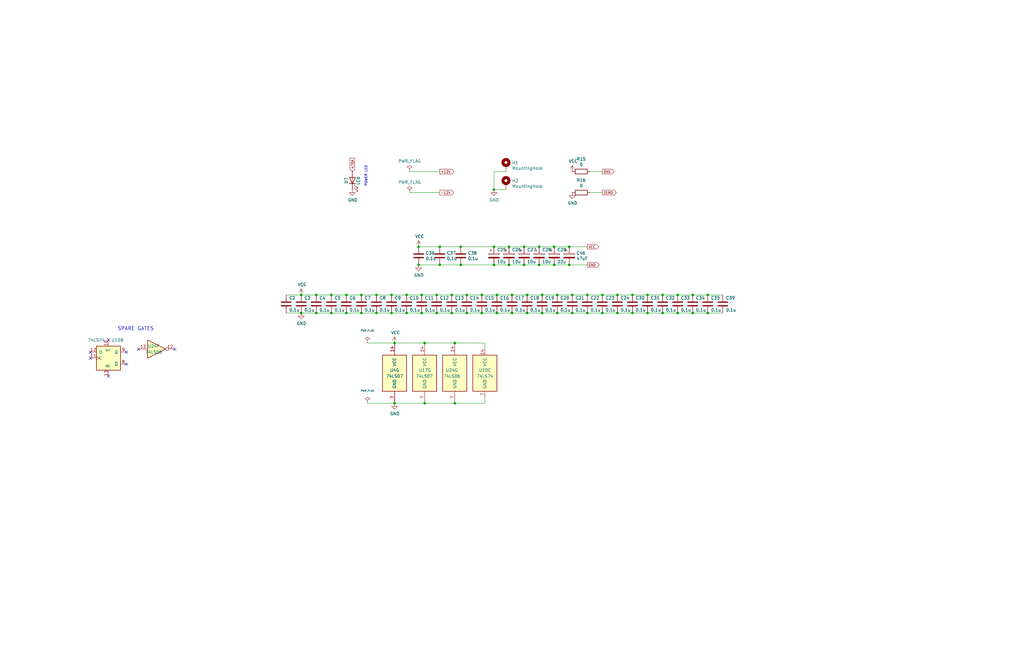
<source format=kicad_sch>
(kicad_sch (version 20211123) (generator eeschema)
  (paper "B")
  (lib_symbols
    (symbol "74xx:74LS06" (pin_names (offset 1.016))
      (property "Reference" "U" (at 0 1.27 0))
      (property "Value" "74LS06" (at 0 -1.27 0))
      (symbol "74LS06_1_0"
        (polyline (pts (xy -3.81 3.81) (xy -3.81 -3.81) (xy 3.81 0) (xy -3.81 3.81)) (stroke (width 0.254)) (fill (type background)))
        (pin input line (at -7.62 0 0) (length 3.81) (name "~") (number "1"))
        (pin open_collector inverted (at 7.62 0 180) (length 3.81) (name "~") (number "2"))
      )
      (symbol "74LS06_2_0"
        (polyline (pts (xy -3.81 3.81) (xy -3.81 -3.81) (xy 3.81 0) (xy -3.81 3.81)) (stroke (width 0.254)) (fill (type background)))
        (pin input line (at -7.62 0 0) (length 3.81) (name "~") (number "3"))
        (pin open_collector inverted (at 7.62 0 180) (length 3.81) (name "~") (number "4"))
      )
      (symbol "74LS06_3_0"
        (polyline (pts (xy -3.81 3.81) (xy -3.81 -3.81) (xy 3.81 0) (xy -3.81 3.81)) (stroke (width 0.254)) (fill (type background)))
        (pin input line (at -7.62 0 0) (length 3.81) (name "~") (number "5"))
        (pin open_collector inverted (at 7.62 0 180) (length 3.81) (name "~") (number "6"))
      )
      (symbol "74LS06_4_0"
        (polyline (pts (xy -3.81 3.81) (xy -3.81 -3.81) (xy 3.81 0) (xy -3.81 3.81)) (stroke (width 0.254)) (fill (type background)))
        (pin open_collector inverted (at 7.62 0 180) (length 3.81) (name "~") (number "8"))
        (pin input line (at -7.62 0 0) (length 3.81) (name "~") (number "9"))
      )
      (symbol "74LS06_5_0"
        (polyline (pts (xy -3.81 3.81) (xy -3.81 -3.81) (xy 3.81 0) (xy -3.81 3.81)) (stroke (width 0.254)) (fill (type background)))
        (pin open_collector inverted (at 7.62 0 180) (length 3.81) (name "~") (number "10"))
        (pin input line (at -7.62 0 0) (length 3.81) (name "~") (number "11"))
      )
      (symbol "74LS06_6_0"
        (polyline (pts (xy -3.81 3.81) (xy -3.81 -3.81) (xy 3.81 0) (xy -3.81 3.81)) (stroke (width 0.254)) (fill (type background)))
        (pin open_collector inverted (at 7.62 0 180) (length 3.81) (name "~") (number "12"))
        (pin input line (at -7.62 0 0) (length 3.81) (name "~") (number "13"))
      )
      (symbol "74LS06_7_0"
        (pin power_in line (at 0 12.7 270) (length 5.08) (name "VCC") (number "14"))
        (pin power_in line (at 0 -12.7 90) (length 5.08) (name "GND") (number "7"))
      )
      (symbol "74LS06_7_1"
        (rectangle (start -5.08 7.62) (end 5.08 -7.62) (stroke (width 0.254)) (fill (type background)))
      )
    )
    (symbol "74xx:74LS07" (pin_names (offset 1.016))
      (property "Reference" "U" (at 0 1.27 0))
      (property "Value" "74LS07" (at 0 -1.27 0))
      (symbol "74LS07_1_0"
        (polyline (pts (xy -3.81 3.81) (xy -3.81 -3.81) (xy 3.81 0) (xy -3.81 3.81)) (stroke (width 0.254)) (fill (type background)))
        (pin input line (at -7.62 0 0) (length 3.81) (name "~") (number "1"))
        (pin open_collector line (at 7.62 0 180) (length 3.81) (name "~") (number "2"))
      )
      (symbol "74LS07_2_0"
        (polyline (pts (xy -3.81 3.81) (xy -3.81 -3.81) (xy 3.81 0) (xy -3.81 3.81)) (stroke (width 0.254)) (fill (type background)))
        (pin input line (at -7.62 0 0) (length 3.81) (name "~") (number "3"))
        (pin open_collector line (at 7.62 0 180) (length 3.81) (name "~") (number "4"))
      )
      (symbol "74LS07_3_0"
        (polyline (pts (xy -3.81 3.81) (xy -3.81 -3.81) (xy 3.81 0) (xy -3.81 3.81)) (stroke (width 0.254)) (fill (type background)))
        (pin input line (at -7.62 0 0) (length 3.81) (name "~") (number "5"))
        (pin open_collector line (at 7.62 0 180) (length 3.81) (name "~") (number "6"))
      )
      (symbol "74LS07_4_0"
        (polyline (pts (xy -3.81 3.81) (xy -3.81 -3.81) (xy 3.81 0) (xy -3.81 3.81)) (stroke (width 0.254)) (fill (type background)))
        (pin open_collector line (at 7.62 0 180) (length 3.81) (name "~") (number "8"))
        (pin input line (at -7.62 0 0) (length 3.81) (name "~") (number "9"))
      )
      (symbol "74LS07_5_0"
        (polyline (pts (xy -3.81 3.81) (xy -3.81 -3.81) (xy 3.81 0) (xy -3.81 3.81)) (stroke (width 0.254)) (fill (type background)))
        (pin open_collector line (at 7.62 0 180) (length 3.81) (name "~") (number "10"))
        (pin input line (at -7.62 0 0) (length 3.81) (name "~") (number "11"))
      )
      (symbol "74LS07_6_0"
        (polyline (pts (xy -3.81 3.81) (xy -3.81 -3.81) (xy 3.81 0) (xy -3.81 3.81)) (stroke (width 0.254)) (fill (type background)))
        (pin open_collector line (at 7.62 0 180) (length 3.81) (name "~") (number "12"))
        (pin input line (at -7.62 0 0) (length 3.81) (name "~") (number "13"))
      )
      (symbol "74LS07_7_0"
        (pin power_in line (at 0 12.7 270) (length 5.08) (name "VCC") (number "14"))
        (pin power_in line (at 0 -12.7 90) (length 5.08) (name "GND") (number "7"))
      )
      (symbol "74LS07_7_1"
        (rectangle (start -5.08 7.62) (end 5.08 -7.62) (stroke (width 0.254)) (fill (type background)))
      )
    )
    (symbol "74xx:74LS74" (pin_names (offset 1.016))
      (property "Reference" "U" (at -7.62 8.89 0))
      (property "Value" "74LS74" (at -7.62 -8.89 0))
      (symbol "74LS74_1_0"
        (pin input line (at 0 -7.62 90) (length 2.54) (name "~{R}") (number "1"))
        (pin input line (at -7.62 2.54 0) (length 2.54) (name "D") (number "2"))
        (pin input clock (at -7.62 0 0) (length 2.54) (name "C") (number "3"))
        (pin input line (at 0 7.62 270) (length 2.54) (name "~{S}") (number "4"))
        (pin output line (at 7.62 2.54 180) (length 2.54) (name "Q") (number "5"))
        (pin output line (at 7.62 -2.54 180) (length 2.54) (name "~{Q}") (number "6"))
      )
      (symbol "74LS74_1_1"
        (rectangle (start -5.08 5.08) (end 5.08 -5.08) (stroke (width 0.254)) (fill (type background)))
      )
      (symbol "74LS74_2_0"
        (pin input line (at 0 7.62 270) (length 2.54) (name "~{S}") (number "10"))
        (pin input clock (at -7.62 0 0) (length 2.54) (name "C") (number "11"))
        (pin input line (at -7.62 2.54 0) (length 2.54) (name "D") (number "12"))
        (pin input line (at 0 -7.62 90) (length 2.54) (name "~{R}") (number "13"))
        (pin output line (at 7.62 -2.54 180) (length 2.54) (name "~{Q}") (number "8"))
        (pin output line (at 7.62 2.54 180) (length 2.54) (name "Q") (number "9"))
      )
      (symbol "74LS74_2_1"
        (rectangle (start -5.08 5.08) (end 5.08 -5.08) (stroke (width 0.254)) (fill (type background)))
      )
      (symbol "74LS74_3_0"
        (pin power_in line (at 0 10.16 270) (length 2.54) (name "VCC") (number "14"))
        (pin power_in line (at 0 -10.16 90) (length 2.54) (name "GND") (number "7"))
      )
      (symbol "74LS74_3_1"
        (rectangle (start -5.08 7.62) (end 5.08 -7.62) (stroke (width 0.254)) (fill (type background)))
      )
    )
    (symbol "Device:C" (pin_numbers hide) (pin_names (offset 0.254))
      (property "Reference" "C" (at 0.635 2.54 0))
      (property "Value" "C" (at 0.635 -2.54 0))
      (symbol "C_0_1"
        (polyline (pts (xy -2.032 -0.762) (xy 2.032 -0.762)) (stroke (width 0.508)))
        (polyline (pts (xy -2.032 0.762) (xy 2.032 0.762)) (stroke (width 0.508)))
      )
      (symbol "C_1_1"
        (pin passive line (at 0 3.81 270) (length 2.794) (name "~") (number "1"))
        (pin passive line (at 0 -3.81 90) (length 2.794) (name "~") (number "2"))
      )
    )
    (symbol "Device:C_Polarized" (pin_numbers hide) (pin_names (offset 0.254))
      (property "Reference" "C" (at 0.635 2.54 0))
      (property "Value" "C_Polarized" (at 0.635 -2.54 0))
      (symbol "C_Polarized_0_1"
        (rectangle (start -2.286 0.508) (end 2.286 1.016))
        (polyline (pts (xy -1.778 2.286) (xy -0.762 2.286)))
        (polyline (pts (xy -1.27 2.794) (xy -1.27 1.778)))
        (rectangle (start 2.286 -0.508) (end -2.286 -1.016) (fill (type outline)))
      )
      (symbol "C_Polarized_1_1"
        (pin passive line (at 0 3.81 270) (length 2.794) (name "~") (number "1"))
        (pin passive line (at 0 -3.81 90) (length 2.794) (name "~") (number "2"))
      )
    )
    (symbol "Device:LED" (pin_numbers hide) (pin_names (offset 1.016) hide)
      (property "Reference" "D" (at 0 2.54 0))
      (property "Value" "LED" (at 0 -2.54 0))
      (symbol "LED_0_1"
        (polyline (pts (xy -1.27 -1.27) (xy -1.27 1.27)) (stroke (width 0.254)))
        (polyline (pts (xy -1.27 0) (xy 1.27 0)))
        (polyline (pts (xy 1.27 -1.27) (xy 1.27 1.27) (xy -1.27 0) (xy 1.27 -1.27)) (stroke (width 0.254)))
        (polyline (pts (xy -3.048 -0.762) (xy -4.572 -2.286) (xy -3.81 -2.286) (xy -4.572 -2.286) (xy -4.572 -1.524)))
        (polyline (pts (xy -1.778 -0.762) (xy -3.302 -2.286) (xy -2.54 -2.286) (xy -3.302 -2.286) (xy -3.302 -1.524)))
      )
      (symbol "LED_1_1"
        (pin passive line (at -3.81 0 0) (length 2.54) (name "K") (number "1"))
        (pin passive line (at 3.81 0 180) (length 2.54) (name "A") (number "2"))
      )
    )
    (symbol "Device:R" (pin_numbers hide) (pin_names (offset 0))
      (property "Reference" "R" (at 2.032 0 90))
      (property "Value" "R" (at 0 0 90))
      (symbol "R_0_1"
        (rectangle (start -1.016 -2.54) (end 1.016 2.54) (stroke (width 0.254)))
      )
      (symbol "R_1_1"
        (pin passive line (at 0 3.81 270) (length 1.27) (name "~") (number "1"))
        (pin passive line (at 0 -3.81 90) (length 1.27) (name "~") (number "2"))
      )
    )
    (symbol "Mechanical:MountingHole_Pad" (pin_numbers hide) (pin_names (offset 1.016) hide)
      (property "Reference" "H" (at 0 6.35 0))
      (property "Value" "MountingHole_Pad" (at 0 4.445 0))
      (symbol "MountingHole_Pad_0_1"
        (circle (center 0 1.27) (radius 1.27) (stroke (width 1.27)))
      )
      (symbol "MountingHole_Pad_1_1"
        (pin input line (at 0 -2.54 90) (length 2.54) (name "1") (number "1"))
      )
    )
    (symbol "power:GND" (power) (pin_names (offset 0))
      (property "Value" "GND" (at 0 -3.81 0))
      (symbol "GND_0_1"
        (polyline (pts (xy 0 0) (xy 0 -1.27) (xy 1.27 -1.27) (xy 0 -2.54) (xy -1.27 -1.27) (xy 0 -1.27)))
      )
      (symbol "GND_1_1"
        (pin power_in line (at 0 0 270) (length 0) hide (name "GND") (number "1"))
      )
    )
    (symbol "power:PWR_FLAG" (power) (pin_numbers hide) (pin_names (offset 0) hide)
      (property "Value" "PWR_FLAG" (at 0 3.81 0))
      (symbol "PWR_FLAG_0_0"
        (pin power_out line (at 0 0 90) (length 0) (name "pwr") (number "1"))
      )
      (symbol "PWR_FLAG_0_1"
        (polyline (pts (xy 0 0) (xy 0 1.27) (xy -1.016 1.905) (xy 0 2.54) (xy 1.016 1.905) (xy 0 1.27)))
      )
    )
    (symbol "power:VCC" (power) (pin_names (offset 0))
      (property "Value" "VCC" (at 0 3.81 0))
      (symbol "VCC_0_1"
        (polyline (pts (xy -0.762 1.27) (xy 0 2.54)))
        (polyline (pts (xy 0 0) (xy 0 2.54)))
        (polyline (pts (xy 0 2.54) (xy 0.762 1.27)))
      )
      (symbol "VCC_1_1"
        (pin power_in line (at 0 0 90) (length 0) hide (name "VCC") (number "1"))
      )
    )
  )
  (junction (at 214.63 111.76))
  (junction (at 196.85 132.08))
  (junction (at 227.33 104.14))
  (junction (at 273.05 132.08))
  (junction (at 298.45 124.46))
  (junction (at 190.5 124.46))
  (junction (at 254 124.46))
  (junction (at 196.85 124.46))
  (junction (at 171.45 132.08))
  (junction (at 152.4 124.46))
  (junction (at 241.3 124.46))
  (junction (at 208.28 111.76))
  (junction (at 222.25 124.46))
  (junction (at 279.4 132.08))
  (junction (at 240.03 111.76))
  (junction (at 194.31 104.14))
  (junction (at 158.75 124.46))
  (junction (at 285.75 132.08))
  (junction (at 220.98 104.14))
  (junction (at 177.8 132.08))
  (junction (at 209.55 124.46))
  (junction (at 233.68 111.76))
  (junction (at 191.77 144.78))
  (junction (at 298.45 132.08))
  (junction (at 191.77 170.18))
  (junction (at 279.4 124.46))
  (junction (at 127 124.46))
  (junction (at 266.7 132.08))
  (junction (at 184.15 132.08))
  (junction (at 165.1 124.46))
  (junction (at 179.07 144.78))
  (junction (at 171.45 124.46))
  (junction (at 146.05 132.08))
  (junction (at 139.7 132.08))
  (junction (at 176.53 111.76))
  (junction (at 209.55 132.08))
  (junction (at 222.25 132.08))
  (junction (at 179.07 170.18))
  (junction (at 176.53 104.14))
  (junction (at 215.9 124.46))
  (junction (at 240.03 104.14))
  (junction (at 203.2 132.08))
  (junction (at 228.6 124.46))
  (junction (at 234.95 132.08))
  (junction (at 234.95 124.46))
  (junction (at 260.35 124.46))
  (junction (at 292.1 132.08))
  (junction (at 208.28 80.01))
  (junction (at 185.42 111.76))
  (junction (at 260.35 132.08))
  (junction (at 166.37 144.78))
  (junction (at 215.9 132.08))
  (junction (at 266.7 124.46))
  (junction (at 254 132.08))
  (junction (at 247.65 132.08))
  (junction (at 292.1 124.46))
  (junction (at 139.7 124.46))
  (junction (at 241.3 132.08))
  (junction (at 146.05 124.46))
  (junction (at 273.05 124.46))
  (junction (at 190.5 132.08))
  (junction (at 214.63 104.14))
  (junction (at 152.4 132.08))
  (junction (at 220.98 111.76))
  (junction (at 133.35 132.08))
  (junction (at 228.6 132.08))
  (junction (at 133.35 124.46))
  (junction (at 203.2 124.46))
  (junction (at 185.42 104.14))
  (junction (at 208.28 104.14))
  (junction (at 285.75 124.46))
  (junction (at 127 132.08))
  (junction (at 194.31 111.76))
  (junction (at 166.37 170.18))
  (junction (at 227.33 111.76))
  (junction (at 247.65 124.46))
  (junction (at 177.8 124.46))
  (junction (at 165.1 132.08))
  (junction (at 158.75 132.08))
  (junction (at 233.68 104.14))
  (junction (at 184.15 124.46))
  (no_connect (at 73.66 147.32))
  (no_connect (at 45.72 143.51))
  (no_connect (at 53.34 148.59))
  (no_connect (at 38.1 148.59))
  (no_connect (at 45.72 158.75))
  (no_connect (at 58.42 147.32))
  (no_connect (at 38.1 151.13))
  (no_connect (at 53.34 153.67))
  (wire (pts (xy 154.94 144.78) (xy 166.37 144.78)))
  (wire (pts (xy 146.05 124.46) (xy 152.4 124.46)))
  (wire (pts (xy 247.65 132.08) (xy 254 132.08)))
  (wire (pts (xy 298.45 132.08) (xy 304.8 132.08)))
  (wire (pts (xy 222.25 132.08) (xy 228.6 132.08)))
  (wire (pts (xy 208.28 72.39) (xy 208.28 80.01)))
  (wire (pts (xy 179.07 144.78) (xy 191.77 144.78)))
  (wire (pts (xy 133.35 124.46) (xy 139.7 124.46)))
  (wire (pts (xy 266.7 124.46) (xy 273.05 124.46)))
  (wire (pts (xy 292.1 132.08) (xy 298.45 132.08)))
  (wire (pts (xy 172.72 72.39) (xy 185.42 72.39)))
  (wire (pts (xy 196.85 124.46) (xy 203.2 124.46)))
  (wire (pts (xy 172.72 81.28) (xy 185.42 81.28)))
  (wire (pts (xy 185.42 111.76) (xy 194.31 111.76)))
  (wire (pts (xy 204.47 167.64) (xy 204.47 170.18)))
  (wire (pts (xy 165.1 132.08) (xy 171.45 132.08)))
  (wire (pts (xy 285.75 132.08) (xy 292.1 132.08)))
  (wire (pts (xy 279.4 132.08) (xy 285.75 132.08)))
  (wire (pts (xy 273.05 132.08) (xy 279.4 132.08)))
  (wire (pts (xy 139.7 132.08) (xy 146.05 132.08)))
  (wire (pts (xy 273.05 124.46) (xy 279.4 124.46)))
  (wire (pts (xy 240.03 111.76) (xy 247.65 111.76)))
  (wire (pts (xy 279.4 124.46) (xy 285.75 124.46)))
  (wire (pts (xy 166.37 170.18) (xy 179.07 170.18)))
  (wire (pts (xy 166.37 144.78) (xy 179.07 144.78)))
  (wire (pts (xy 176.53 104.14) (xy 185.42 104.14)))
  (wire (pts (xy 240.03 104.14) (xy 247.65 104.14)))
  (wire (pts (xy 194.31 111.76) (xy 208.28 111.76)))
  (wire (pts (xy 248.92 81.28) (xy 254 81.28)))
  (wire (pts (xy 176.53 111.76) (xy 185.42 111.76)))
  (wire (pts (xy 165.1 124.46) (xy 171.45 124.46)))
  (wire (pts (xy 214.63 111.76) (xy 220.98 111.76)))
  (wire (pts (xy 152.4 132.08) (xy 158.75 132.08)))
  (wire (pts (xy 204.47 144.78) (xy 204.47 147.32)))
  (wire (pts (xy 152.4 124.46) (xy 158.75 124.46)))
  (wire (pts (xy 171.45 132.08) (xy 177.8 132.08)))
  (wire (pts (xy 234.95 124.46) (xy 241.3 124.46)))
  (wire (pts (xy 177.8 132.08) (xy 184.15 132.08)))
  (wire (pts (xy 220.98 104.14) (xy 227.33 104.14)))
  (wire (pts (xy 196.85 132.08) (xy 203.2 132.08)))
  (wire (pts (xy 228.6 124.46) (xy 234.95 124.46)))
  (wire (pts (xy 184.15 132.08) (xy 190.5 132.08)))
  (wire (pts (xy 214.63 104.14) (xy 220.98 104.14)))
  (wire (pts (xy 247.65 124.46) (xy 254 124.46)))
  (wire (pts (xy 127 132.08) (xy 133.35 132.08)))
  (wire (pts (xy 241.3 124.46) (xy 247.65 124.46)))
  (wire (pts (xy 260.35 124.46) (xy 266.7 124.46)))
  (wire (pts (xy 208.28 104.14) (xy 214.63 104.14)))
  (wire (pts (xy 298.45 124.46) (xy 304.8 124.46)))
  (wire (pts (xy 204.47 170.18) (xy 191.77 170.18)))
  (wire (pts (xy 203.2 132.08) (xy 209.55 132.08)))
  (wire (pts (xy 120.65 124.46) (xy 127 124.46)))
  (wire (pts (xy 266.7 132.08) (xy 273.05 132.08)))
  (wire (pts (xy 222.25 124.46) (xy 228.6 124.46)))
  (wire (pts (xy 260.35 132.08) (xy 266.7 132.08)))
  (wire (pts (xy 146.05 132.08) (xy 152.4 132.08)))
  (wire (pts (xy 213.36 72.39) (xy 208.28 72.39)))
  (wire (pts (xy 194.31 104.14) (xy 208.28 104.14)))
  (wire (pts (xy 209.55 132.08) (xy 215.9 132.08)))
  (wire (pts (xy 158.75 124.46) (xy 165.1 124.46)))
  (wire (pts (xy 171.45 124.46) (xy 177.8 124.46)))
  (wire (pts (xy 208.28 111.76) (xy 214.63 111.76)))
  (wire (pts (xy 215.9 124.46) (xy 222.25 124.46)))
  (wire (pts (xy 241.3 132.08) (xy 247.65 132.08)))
  (wire (pts (xy 234.95 132.08) (xy 241.3 132.08)))
  (wire (pts (xy 190.5 124.46) (xy 196.85 124.46)))
  (wire (pts (xy 227.33 111.76) (xy 233.68 111.76)))
  (wire (pts (xy 220.98 111.76) (xy 227.33 111.76)))
  (wire (pts (xy 228.6 132.08) (xy 234.95 132.08)))
  (wire (pts (xy 285.75 124.46) (xy 292.1 124.46)))
  (wire (pts (xy 248.92 72.39) (xy 254 72.39)))
  (wire (pts (xy 179.07 170.18) (xy 191.77 170.18)))
  (wire (pts (xy 139.7 124.46) (xy 146.05 124.46)))
  (wire (pts (xy 133.35 132.08) (xy 139.7 132.08)))
  (wire (pts (xy 177.8 124.46) (xy 184.15 124.46)))
  (wire (pts (xy 191.77 144.78) (xy 204.47 144.78)))
  (wire (pts (xy 254 132.08) (xy 260.35 132.08)))
  (wire (pts (xy 203.2 124.46) (xy 209.55 124.46)))
  (wire (pts (xy 233.68 111.76) (xy 240.03 111.76)))
  (wire (pts (xy 254 124.46) (xy 260.35 124.46)))
  (wire (pts (xy 209.55 124.46) (xy 215.9 124.46)))
  (wire (pts (xy 154.94 170.18) (xy 166.37 170.18)))
  (wire (pts (xy 184.15 124.46) (xy 190.5 124.46)))
  (wire (pts (xy 215.9 132.08) (xy 222.25 132.08)))
  (wire (pts (xy 233.68 104.14) (xy 240.03 104.14)))
  (wire (pts (xy 190.5 132.08) (xy 196.85 132.08)))
  (wire (pts (xy 292.1 124.46) (xy 298.45 124.46)))
  (wire (pts (xy 227.33 104.14) (xy 233.68 104.14)))
  (wire (pts (xy 185.42 104.14) (xy 194.31 104.14)))
  (wire (pts (xy 158.75 132.08) (xy 165.1 132.08)))
  (wire (pts (xy 213.36 80.01) (xy 208.28 80.01)))
  (wire (pts (xy 127 124.46) (xy 133.35 124.46)))
  (wire (pts (xy 120.65 132.08) (xy 127 132.08)))
  (text "POWER LED" (at 154.94 78.74 90) (effects (font (size 1.016 1.016)) (justify left bottom)))
  (text "SPARE GATES" (at 49.53 139.7 0) (effects (font (size 1.524 1.524)) (justify left bottom)))
  (global_label "GND" (shape output) (at 247.65 111.76 0) (effects (font (size 1.016 1.016))) (property "Intersheet References" "${INTERSHEET_REFS}" (effects hide)))
  (global_label "ONE" (shape output) (at 254 72.39 0) (effects (font (size 1.016 1.016))) (property "Intersheet References" "${INTERSHEET_REFS}" (effects hide)))
  (global_label "ZERO" (shape output) (at 254 81.28 0) (effects (font (size 1.016 1.016))) (property "Intersheet References" "${INTERSHEET_REFS}" (effects hide)))
  (global_label "470A" (shape input) (at 148.59 72.39 90) (effects (font (size 1.016 1.016))) (property "Intersheet References" "${INTERSHEET_REFS}" (effects hide)))
  (global_label "VCC" (shape output) (at 247.65 104.14 0) (effects (font (size 1.016 1.016))) (property "Intersheet References" "${INTERSHEET_REFS}" (effects hide)))
  (global_label "+12V" (shape output) (at 185.42 72.39 0) (effects (font (size 1.016 1.016))) (property "Intersheet References" "${INTERSHEET_REFS}" (effects hide)))
  (global_label "-12V" (shape output) (at 185.42 81.28 0) (effects (font (size 1.016 1.016))) (property "Intersheet References" "${INTERSHEET_REFS}" (effects hide)))
  (symbol (lib_id "74xx:74LS07") (at 179.07 157.48 0) (unit 7)
    (property "Reference" "U17" (at 176.53 156.21 0) (effects (justify left)))
    (property "Value" "74LS07" (at 175.26 158.75 0) (effects (justify left)))
    (property "Footprint" "Package_DIP:DIP-14_W7.62mm" (effects hide))
    (property "Datasheet" "www.ti.com/lit/ds/symlink/sn74ls07.pdf" (effects hide))
  )
  (symbol (lib_id "power:GND") (at 166.37 170.18 0) (unit 1)
    (property "Reference" "#PWR077" (effects hide))
    (property "Value" "GND" (at 166.497 174.5742 0))
  )
  (symbol (lib_id "Device:C_Polarized") (at 240.03 107.95 0) (unit 1)
    (property "Reference" "C46" (at 243.0272 106.7816 0) (effects (justify left)))
    (property "Value" "47uF" (at 243.0272 109.093 0) (effects (justify left)))
    (property "Footprint" "Capacitor_THT:CP_Radial_D5.0mm_P2.50mm" (effects hide))
  )
  (symbol (lib_id "Device:C") (at 254 128.27 0) (unit 1)
    (property "Reference" "C23" (at 255.27 125.73 0) (effects (justify left)))
    (property "Value" "0.1u" (at 255.27 130.81 0) (effects (justify left)))
    (property "Footprint" "Capacitor_THT:C_Disc_D5.0mm_W2.5mm_P5.00mm" (effects hide))
  )
  (symbol (lib_id "Device:C_Polarized") (at 208.28 107.95 0) (unit 1)
    (property "Reference" "C25" (at 209.55 105.41 0) (effects (justify left)))
    (property "Value" "10u" (at 209.55 110.49 0) (effects (justify left)))
    (property "Footprint" "Capacitor_THT:CP_Radial_D5.0mm_P2.50mm" (effects hide))
  )
  (symbol (lib_id "Device:C_Polarized") (at 227.33 107.95 0) (unit 1)
    (property "Reference" "C28" (at 228.6 105.41 0) (effects (justify left)))
    (property "Value" "10u" (at 228.6 110.49 0) (effects (justify left)))
    (property "Footprint" "Capacitor_THT:CP_Radial_D5.0mm_P2.50mm" (effects hide))
  )
  (symbol (lib_id "Device:C") (at 215.9 128.27 0) (unit 1)
    (property "Reference" "C17" (at 217.17 125.73 0) (effects (justify left)))
    (property "Value" "0.1u" (at 217.17 130.81 0) (effects (justify left)))
    (property "Footprint" "Capacitor_THT:C_Disc_D5.0mm_W2.5mm_P5.00mm" (effects hide))
  )
  (symbol (lib_id "Device:C") (at 222.25 128.27 0) (unit 1)
    (property "Reference" "C18" (at 223.52 125.73 0) (effects (justify left)))
    (property "Value" "0.1u" (at 223.52 130.81 0) (effects (justify left)))
    (property "Footprint" "Capacitor_THT:C_Disc_D5.0mm_W2.5mm_P5.00mm" (effects hide))
  )
  (symbol (lib_id "Device:C") (at 228.6 128.27 0) (unit 1)
    (property "Reference" "C19" (at 229.87 125.73 0) (effects (justify left)))
    (property "Value" "0.1u" (at 229.87 130.81 0) (effects (justify left)))
    (property "Footprint" "Capacitor_THT:C_Disc_D5.0mm_W2.5mm_P5.00mm" (effects hide))
  )
  (symbol (lib_id "Device:C") (at 234.95 128.27 0) (unit 1)
    (property "Reference" "C20" (at 236.22 125.73 0) (effects (justify left)))
    (property "Value" "0.1u" (at 236.22 130.81 0) (effects (justify left)))
    (property "Footprint" "Capacitor_THT:C_Disc_D5.0mm_W2.5mm_P5.00mm" (effects hide))
  )
  (symbol (lib_id "Device:C") (at 241.3 128.27 0) (unit 1)
    (property "Reference" "C21" (at 242.57 125.73 0) (effects (justify left)))
    (property "Value" "0.1u" (at 242.57 130.81 0) (effects (justify left)))
    (property "Footprint" "Capacitor_THT:C_Disc_D5.0mm_W2.5mm_P5.00mm" (effects hide))
  )
  (symbol (lib_id "Device:C") (at 247.65 128.27 0) (unit 1)
    (property "Reference" "C22" (at 248.92 125.73 0) (effects (justify left)))
    (property "Value" "0.1u" (at 248.92 130.81 0) (effects (justify left)))
    (property "Footprint" "Capacitor_THT:C_Disc_D5.0mm_W2.5mm_P5.00mm" (effects hide))
  )
  (symbol (lib_id "74xx:74LS07") (at 166.37 157.48 0) (unit 7)
    (property "Reference" "U4" (at 166.37 156.21 0))
    (property "Value" "74LS07" (at 166.37 158.75 0))
    (property "Footprint" "Package_DIP:DIP-14_W7.62mm" (effects hide))
    (property "Datasheet" "www.ti.com/lit/ds/symlink/sn74ls07.pdf" (effects hide))
  )
  (symbol (lib_id "Device:C_Polarized") (at 233.68 107.95 0) (unit 1)
    (property "Reference" "C29" (at 234.95 105.41 0) (effects (justify left)))
    (property "Value" "22u" (at 234.95 110.49 0) (effects (justify left)))
    (property "Footprint" "Capacitor_THT:CP_Radial_D6.3mm_P2.50mm" (effects hide))
  )
  (symbol (lib_id "Device:C") (at 165.1 128.27 0) (unit 1)
    (property "Reference" "C9" (at 166.37 125.73 0) (effects (justify left)))
    (property "Value" "0.1u" (at 166.37 130.81 0) (effects (justify left)))
    (property "Footprint" "Capacitor_THT:C_Disc_D5.0mm_W2.5mm_P5.00mm" (effects hide))
  )
  (symbol (lib_id "Device:C") (at 171.45 128.27 0) (unit 1)
    (property "Reference" "C10" (at 172.72 125.73 0) (effects (justify left)))
    (property "Value" "0.1u" (at 172.72 130.81 0) (effects (justify left)))
    (property "Footprint" "Capacitor_THT:C_Disc_D5.0mm_W2.5mm_P5.00mm" (effects hide))
  )
  (symbol (lib_id "Device:C") (at 177.8 128.27 0) (unit 1)
    (property "Reference" "C11" (at 179.07 125.73 0) (effects (justify left)))
    (property "Value" "0.1u" (at 179.07 130.81 0) (effects (justify left)))
    (property "Footprint" "Capacitor_THT:C_Disc_D5.0mm_W2.5mm_P5.00mm" (effects hide))
  )
  (symbol (lib_id "Device:C") (at 184.15 128.27 0) (unit 1)
    (property "Reference" "C12" (at 185.42 125.73 0) (effects (justify left)))
    (property "Value" "0.1u" (at 185.42 130.81 0) (effects (justify left)))
    (property "Footprint" "Capacitor_THT:C_Disc_D5.0mm_W2.5mm_P5.00mm" (effects hide))
  )
  (symbol (lib_id "Device:C") (at 260.35 128.27 0) (unit 1)
    (property "Reference" "C24" (at 261.62 125.73 0) (effects (justify left)))
    (property "Value" "0.1u" (at 261.62 130.81 0) (effects (justify left)))
    (property "Footprint" "Capacitor_THT:C_Disc_D5.0mm_W2.5mm_P5.00mm" (effects hide))
  )
  (symbol (lib_id "Device:C") (at 176.53 107.95 0) (unit 1)
    (property "Reference" "C36" (at 179.451 106.7816 0) (effects (justify left)))
    (property "Value" "0.1u" (at 179.451 109.093 0) (effects (justify left)))
    (property "Footprint" "Capacitor_THT:C_Disc_D5.0mm_W2.5mm_P5.00mm" (effects hide))
  )
  (symbol (lib_id "Device:C") (at 185.42 107.95 0) (unit 1)
    (property "Reference" "C37" (at 188.341 106.7816 0) (effects (justify left)))
    (property "Value" "0.1u" (at 188.341 109.093 0) (effects (justify left)))
    (property "Footprint" "Capacitor_THT:C_Disc_D5.0mm_W2.5mm_P5.00mm" (effects hide))
  )
  (symbol (lib_id "Device:C") (at 194.31 107.95 0) (unit 1)
    (property "Reference" "C38" (at 197.231 106.7816 0) (effects (justify left)))
    (property "Value" "0.1u" (at 197.231 109.093 0) (effects (justify left)))
    (property "Footprint" "Capacitor_THT:C_Disc_D5.0mm_W2.5mm_P5.00mm" (effects hide))
  )
  (symbol (lib_id "power:VCC") (at 166.37 144.78 0) (unit 1)
    (property "Reference" "#PWR075" (effects hide))
    (property "Value" "VCC" (at 166.8018 140.3858 0))
  )
  (symbol (lib_id "Device:C") (at 190.5 128.27 0) (unit 1)
    (property "Reference" "C13" (at 191.77 125.73 0) (effects (justify left)))
    (property "Value" "0.1u" (at 191.77 130.81 0) (effects (justify left)))
    (property "Footprint" "Capacitor_THT:C_Disc_D5.0mm_W2.5mm_P5.00mm" (effects hide))
  )
  (symbol (lib_id "Device:C") (at 196.85 128.27 0) (unit 1)
    (property "Reference" "C14" (at 198.12 125.73 0) (effects (justify left)))
    (property "Value" "0.1u" (at 198.12 130.81 0) (effects (justify left)))
    (property "Footprint" "Capacitor_THT:C_Disc_D5.0mm_W2.5mm_P5.00mm" (effects hide))
  )
  (symbol (lib_id "power:PWR_FLAG") (at 154.94 144.78 0) (unit 1)
    (property "Reference" "#FLG06" (effects hide))
    (property "Value" "PWR_FLAG" (at 154.94 139.4968 0) (effects (font (size 0.762 0.762))))
  )
  (symbol (lib_id "power:PWR_FLAG") (at 154.94 170.18 0) (unit 1)
    (property "Reference" "#FLG07" (effects hide))
    (property "Value" "PWR_FLAG" (at 154.94 164.8968 0) (effects (font (size 0.762 0.762))))
  )
  (symbol (lib_id "Device:C") (at 209.55 128.27 0) (unit 1)
    (property "Reference" "C16" (at 210.82 125.73 0) (effects (justify left)))
    (property "Value" "0.1u" (at 210.82 130.81 0) (effects (justify left)))
    (property "Footprint" "Capacitor_THT:C_Disc_D5.0mm_W2.5mm_P5.00mm" (effects hide))
  )
  (symbol (lib_id "Device:C") (at 203.2 128.27 0) (unit 1)
    (property "Reference" "C15" (at 204.47 125.73 0) (effects (justify left)))
    (property "Value" "0.1u" (at 204.47 130.81 0) (effects (justify left)))
    (property "Footprint" "Capacitor_THT:C_Disc_D5.0mm_W2.5mm_P5.00mm" (effects hide))
  )
  (symbol (lib_id "Mechanical:MountingHole_Pad") (at 213.36 77.47 0) (unit 1)
    (property "Reference" "H2" (at 215.9 76.3016 0) (effects (justify left)))
    (property "Value" "MountingHole" (at 215.9 78.613 0) (effects (justify left)))
    (property "Footprint" "MountingHole:MountingHole_3.2mm_M3_Pad" (effects hide))
  )
  (symbol (lib_id "Device:R") (at 245.11 81.28 270) (unit 1)
    (property "Reference" "R16" (at 245.11 76.0222 90))
    (property "Value" "0" (at 245.11 78.3336 90))
    (property "Footprint" "Resistor_THT:R_Axial_DIN0207_L6.3mm_D2.5mm_P7.62mm_Horizontal" (effects hide))
  )
  (symbol (lib_id "Device:R") (at 245.11 72.39 270) (unit 1)
    (property "Reference" "R15" (at 245.11 67.1322 90))
    (property "Value" "0" (at 245.11 69.4436 90))
    (property "Footprint" "Resistor_THT:R_Axial_DIN0207_L6.3mm_D2.5mm_P7.62mm_Horizontal" (effects hide))
  )
  (symbol (lib_id "power:GND") (at 241.3 81.28 0) (unit 1)
    (property "Reference" "#PWR037" (effects hide))
    (property "Value" "GND" (at 241.427 85.6742 0))
  )
  (symbol (lib_id "power:VCC") (at 241.3 72.39 0) (unit 1)
    (property "Reference" "#PWR014" (effects hide))
    (property "Value" "VCC" (at 241.681 67.9958 0))
  )
  (symbol (lib_id "Mechanical:MountingHole_Pad") (at 213.36 69.85 0) (unit 1)
    (property "Reference" "H1" (at 215.9 68.6816 0) (effects (justify left)))
    (property "Value" "MountingHole" (at 215.9 70.993 0) (effects (justify left)))
    (property "Footprint" "MountingHole:MountingHole_3.2mm_M3_Pad" (effects hide))
  )
  (symbol (lib_id "power:GND") (at 208.28 80.01 0) (unit 1)
    (property "Reference" "#PWR0117" (effects hide))
    (property "Value" "GND" (at 208.407 84.4042 0))
  )
  (symbol (lib_id "74xx:74LS74") (at 45.72 151.13 0) (unit 2)
    (property "Reference" "U10" (at 49.53 143.51 0))
    (property "Value" "74LS74" (at 40.64 143.51 0))
    (property "Footprint" "Package_DIP:DIP-14_W7.62mm" (effects hide))
    (property "Datasheet" "74xx/74hc_hct74.pdf" (effects hide))
  )
  (symbol (lib_id "74xx:74LS74") (at 204.47 157.48 0) (unit 3)
    (property "Reference" "U10" (at 204.47 156.21 0))
    (property "Value" "74LS74" (at 204.47 158.75 0))
    (property "Footprint" "Package_DIP:DIP-14_W7.62mm" (effects hide))
    (property "Datasheet" "74xx/74hc_hct74.pdf" (effects hide))
  )
  (symbol (lib_id "Device:C") (at 298.45 128.27 0) (unit 1)
    (property "Reference" "C35" (at 299.72 125.73 0) (effects (justify left)))
    (property "Value" "0.1u" (at 299.72 130.81 0) (effects (justify left)))
    (property "Footprint" "Capacitor_THT:C_Disc_D5.0mm_W2.5mm_P5.00mm" (effects hide))
  )
  (symbol (lib_id "Device:C") (at 304.8 128.27 0) (unit 1)
    (property "Reference" "C39" (at 306.07 125.73 0) (effects (justify left)))
    (property "Value" "0.1u" (at 306.07 130.81 0) (effects (justify left)))
    (property "Footprint" "Capacitor_THT:C_Disc_D5.0mm_W2.5mm_P5.00mm" (effects hide))
  )
  (symbol (lib_id "Device:C") (at 266.7 128.27 0) (unit 1)
    (property "Reference" "C30" (at 267.97 125.73 0) (effects (justify left)))
    (property "Value" "0.1u" (at 267.97 130.81 0) (effects (justify left)))
    (property "Footprint" "Capacitor_THT:C_Disc_D5.0mm_W2.5mm_P5.00mm" (effects hide))
  )
  (symbol (lib_id "Device:C") (at 273.05 128.27 0) (unit 1)
    (property "Reference" "C31" (at 274.32 125.73 0) (effects (justify left)))
    (property "Value" "0.1u" (at 274.32 130.81 0) (effects (justify left)))
    (property "Footprint" "Capacitor_THT:C_Disc_D5.0mm_W2.5mm_P5.00mm" (effects hide))
  )
  (symbol (lib_id "Device:C") (at 279.4 128.27 0) (unit 1)
    (property "Reference" "C32" (at 280.67 125.73 0) (effects (justify left)))
    (property "Value" "0.1u" (at 280.67 130.81 0) (effects (justify left)))
    (property "Footprint" "Capacitor_THT:C_Disc_D5.0mm_W2.5mm_P5.00mm" (effects hide))
  )
  (symbol (lib_id "Device:C") (at 285.75 128.27 0) (unit 1)
    (property "Reference" "C33" (at 287.02 125.73 0) (effects (justify left)))
    (property "Value" "0.1u" (at 287.02 130.81 0) (effects (justify left)))
    (property "Footprint" "Capacitor_THT:C_Disc_D5.0mm_W2.5mm_P5.00mm" (effects hide))
  )
  (symbol (lib_id "Device:C") (at 292.1 128.27 0) (unit 1)
    (property "Reference" "C34" (at 293.37 125.73 0) (effects (justify left)))
    (property "Value" "0.1u" (at 293.37 130.81 0) (effects (justify left)))
    (property "Footprint" "Capacitor_THT:C_Disc_D5.0mm_W2.5mm_P5.00mm" (effects hide))
  )
  (symbol (lib_id "Device:C") (at 158.75 128.27 0) (unit 1)
    (property "Reference" "C8" (at 160.02 125.73 0) (effects (justify left)))
    (property "Value" "0.1u" (at 160.02 130.81 0) (effects (justify left)))
    (property "Footprint" "Capacitor_THT:C_Disc_D5.0mm_W2.5mm_P5.00mm" (effects hide))
  )
  (symbol (lib_id "Device:C_Polarized") (at 220.98 107.95 0) (unit 1)
    (property "Reference" "C27" (at 222.25 105.41 0) (effects (justify left)))
    (property "Value" "10u" (at 222.25 110.49 0) (effects (justify left)))
    (property "Footprint" "Capacitor_THT:CP_Radial_D5.0mm_P2.50mm" (effects hide))
  )
  (symbol (lib_id "Device:C_Polarized") (at 214.63 107.95 0) (unit 1)
    (property "Reference" "C26" (at 215.9 105.41 0) (effects (justify left)))
    (property "Value" "10u" (at 215.9 110.49 0) (effects (justify left)))
    (property "Footprint" "Capacitor_THT:CP_Radial_D5.0mm_P2.50mm" (effects hide))
  )
  (symbol (lib_id "Device:C") (at 120.65 128.27 0) (unit 1)
    (property "Reference" "C2" (at 121.92 125.73 0) (effects (justify left)))
    (property "Value" "0.1u" (at 121.92 130.81 0) (effects (justify left)))
    (property "Footprint" "Capacitor_THT:C_Disc_D5.0mm_W2.5mm_P5.00mm" (effects hide))
  )
  (symbol (lib_id "Device:C") (at 127 128.27 0) (unit 1)
    (property "Reference" "C3" (at 128.27 125.73 0) (effects (justify left)))
    (property "Value" "0.1u" (at 128.27 130.81 0) (effects (justify left)))
    (property "Footprint" "Capacitor_THT:C_Disc_D5.0mm_W2.5mm_P5.00mm" (effects hide))
  )
  (symbol (lib_id "Device:C") (at 133.35 128.27 0) (unit 1)
    (property "Reference" "C4" (at 134.62 125.73 0) (effects (justify left)))
    (property "Value" "0.1u" (at 134.62 130.81 0) (effects (justify left)))
    (property "Footprint" "Capacitor_THT:C_Disc_D5.0mm_W2.5mm_P5.00mm" (effects hide))
  )
  (symbol (lib_id "Device:C") (at 139.7 128.27 0) (unit 1)
    (property "Reference" "C5" (at 140.97 125.73 0) (effects (justify left)))
    (property "Value" "0.1u" (at 140.97 130.81 0) (effects (justify left)))
    (property "Footprint" "Capacitor_THT:C_Disc_D5.0mm_W2.5mm_P5.00mm" (effects hide))
  )
  (symbol (lib_id "Device:C") (at 146.05 128.27 0) (unit 1)
    (property "Reference" "C6" (at 147.32 125.73 0) (effects (justify left)))
    (property "Value" "0.1u" (at 147.32 130.81 0) (effects (justify left)))
    (property "Footprint" "Capacitor_THT:C_Disc_D5.0mm_W2.5mm_P5.00mm" (effects hide))
  )
  (symbol (lib_id "Device:C") (at 152.4 128.27 0) (unit 1)
    (property "Reference" "C7" (at 153.67 125.73 0) (effects (justify left)))
    (property "Value" "0.1u" (at 153.67 130.81 0) (effects (justify left)))
    (property "Footprint" "Capacitor_THT:C_Disc_D5.0mm_W2.5mm_P5.00mm" (effects hide))
  )
  (symbol (lib_id "74xx:74LS06") (at 66.04 147.32 0) (unit 6)
    (property "Reference" "U24" (at 64.77 146.05 0))
    (property "Value" "74LS06" (at 64.77 148.59 0))
    (property "Footprint" "Package_DIP:DIP-14_W7.62mm" (effects hide))
    (property "Datasheet" "http://www.ti.com/lit/gpn/sn74LS06" (effects hide))
  )
  (symbol (lib_id "74xx:74LS06") (at 191.77 157.48 0) (unit 7)
    (property "Reference" "U24" (at 190.5 156.21 0))
    (property "Value" "74LS06" (at 190.5 158.75 0))
    (property "Footprint" "Package_DIP:DIP-14_W7.62mm" (effects hide))
    (property "Datasheet" "http://www.ti.com/lit/gpn/sn74LS06" (effects hide))
  )
  (symbol (lib_id "power:PWR_FLAG") (at 172.72 81.28 0) (unit 1)
    (property "Reference" "#FLG02" (effects hide))
    (property "Value" "PWR_FLAG" (at 172.72 76.8858 0))
  )
  (symbol (lib_id "power:PWR_FLAG") (at 172.72 72.39 0) (unit 1)
    (property "Reference" "#FLG01" (effects hide))
    (property "Value" "PWR_FLAG" (at 172.72 67.9958 0))
  )
  (symbol (lib_id "power:GND") (at 127 132.08 0) (unit 1)
    (property "Reference" "#PWR040" (effects hide))
    (property "Value" "GND" (at 127.127 136.4742 0))
  )
  (symbol (lib_id "Device:LED") (at 148.59 76.2 90) (unit 1)
    (property "Reference" "D7" (at 146.05 76.2 0))
    (property "Value" "LED" (at 151.13 76.2 0))
    (property "Footprint" "LED_THT:LED_D3.0mm_Horizontal_O3.81mm_Z2.0mm" (effects hide))
  )
  (symbol (lib_id "power:VCC") (at 176.53 104.14 0) (unit 1)
    (property "Reference" "#PWR0113" (effects hide))
    (property "Value" "VCC" (at 176.911 99.7458 0))
  )
  (symbol (lib_id "power:GND") (at 176.53 111.76 0) (unit 1)
    (property "Reference" "#PWR0114" (effects hide))
    (property "Value" "GND" (at 176.657 116.1542 0))
  )
  (symbol (lib_id "power:GND") (at 148.59 80.01 0) (unit 1)
    (property "Reference" "#PWR0115" (effects hide))
    (property "Value" "GND" (at 148.717 84.4042 0))
  )
  (symbol (lib_id "power:VCC") (at 127 124.46 0) (unit 1)
    (property "Reference" "#PWR0116" (effects hide))
    (property "Value" "VCC" (at 127.381 120.0658 0))
  )
)
</source>
